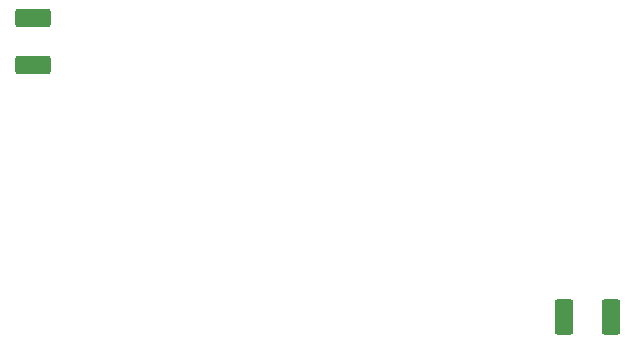
<source format=gbr>
%TF.GenerationSoftware,KiCad,Pcbnew,9.0.6*%
%TF.CreationDate,2025-11-15T16:36:52+01:00*%
%TF.ProjectId,mailbox_esp32_cam_v2_0,6d61696c-626f-4785-9f65-737033325f63,rev?*%
%TF.SameCoordinates,Original*%
%TF.FileFunction,Paste,Bot*%
%TF.FilePolarity,Positive*%
%FSLAX46Y46*%
G04 Gerber Fmt 4.6, Leading zero omitted, Abs format (unit mm)*
G04 Created by KiCad (PCBNEW 9.0.6) date 2025-11-15 16:36:52*
%MOMM*%
%LPD*%
G01*
G04 APERTURE LIST*
G04 Aperture macros list*
%AMRoundRect*
0 Rectangle with rounded corners*
0 $1 Rounding radius*
0 $2 $3 $4 $5 $6 $7 $8 $9 X,Y pos of 4 corners*
0 Add a 4 corners polygon primitive as box body*
4,1,4,$2,$3,$4,$5,$6,$7,$8,$9,$2,$3,0*
0 Add four circle primitives for the rounded corners*
1,1,$1+$1,$2,$3*
1,1,$1+$1,$4,$5*
1,1,$1+$1,$6,$7*
1,1,$1+$1,$8,$9*
0 Add four rect primitives between the rounded corners*
20,1,$1+$1,$2,$3,$4,$5,0*
20,1,$1+$1,$4,$5,$6,$7,0*
20,1,$1+$1,$6,$7,$8,$9,0*
20,1,$1+$1,$8,$9,$2,$3,0*%
G04 Aperture macros list end*
%ADD10RoundRect,0.250000X-1.250000X-0.550000X1.250000X-0.550000X1.250000X0.550000X-1.250000X0.550000X0*%
%ADD11RoundRect,0.250000X0.550000X-1.250000X0.550000X1.250000X-0.550000X1.250000X-0.550000X-1.250000X0*%
G04 APERTURE END LIST*
D10*
%TO.C,J6*%
X27440000Y-95060000D03*
X27440000Y-99060000D03*
%TD*%
D11*
%TO.C,J5*%
X72390000Y-120420000D03*
X76390000Y-120420000D03*
%TD*%
M02*

</source>
